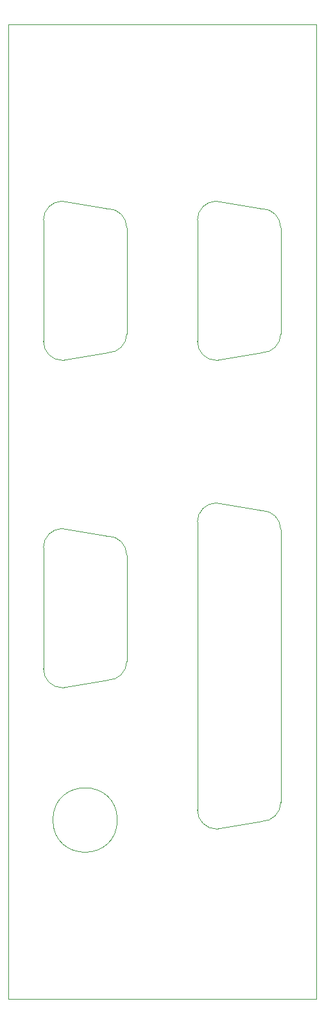
<source format=gm1>
G04 #@! TF.GenerationSoftware,KiCad,Pcbnew,(6.0.9-0)*
G04 #@! TF.CreationDate,2023-02-07T08:36:10+01:00*
G04 #@! TF.ProjectId,fp_S5,66705f53-352e-46b6-9963-61645f706362,A*
G04 #@! TF.SameCoordinates,Original*
G04 #@! TF.FileFunction,Profile,NP*
%FSLAX46Y46*%
G04 Gerber Fmt 4.6, Leading zero omitted, Abs format (unit mm)*
G04 Created by KiCad (PCBNEW (6.0.9-0)) date 2023-02-07 08:36:10*
%MOMM*%
%LPD*%
G01*
G04 APERTURE LIST*
G04 #@! TA.AperFunction,Profile*
%ADD10C,0.100000*%
G04 #@! TD*
G04 #@! TA.AperFunction,Profile*
%ADD11C,0.120000*%
G04 #@! TD*
G04 APERTURE END LIST*
D10*
X116010000Y-147120000D02*
G75*
G03*
X116010000Y-147120000I-4250000J0D01*
G01*
X101600000Y-42205000D02*
X142240000Y-42205000D01*
X142240000Y-42205000D02*
X142240000Y-170755000D01*
X142240000Y-170755000D02*
X101600000Y-170755000D01*
X101600000Y-170755000D02*
X101600000Y-42205000D01*
D11*
X126580000Y-107800000D02*
X126580000Y-145800000D01*
X137580000Y-144800000D02*
X137580000Y-108800000D01*
X129080000Y-148300000D02*
X135080000Y-147300000D01*
X129080000Y-105300000D02*
X135080000Y-106300000D01*
X129080000Y-105300000D02*
G75*
G03*
X126580000Y-107800000I0J-2500000D01*
G01*
X126580000Y-145800000D02*
G75*
G03*
X129080000Y-148300000I2500000J0D01*
G01*
X135080000Y-147300000D02*
G75*
G03*
X137580000Y-144800000I0J2500000D01*
G01*
X137580000Y-108800000D02*
G75*
G03*
X135080000Y-106300000I-2500000J0D01*
G01*
X117260000Y-83000000D02*
X117260000Y-69000000D01*
X108760000Y-65500000D02*
X114760000Y-66500000D01*
X106260000Y-84000000D02*
X106260000Y-68000000D01*
X108760000Y-86500000D02*
X114760000Y-85500000D01*
X108760000Y-65500000D02*
G75*
G03*
X106260000Y-68000000I0J-2500000D01*
G01*
X106260000Y-84000000D02*
G75*
G03*
X108760000Y-86500000I2500000J0D01*
G01*
X114760000Y-85500000D02*
G75*
G03*
X117260000Y-83000000I0J2500000D01*
G01*
X117260000Y-69000000D02*
G75*
G03*
X114760000Y-66500000I-2500000J0D01*
G01*
X126580000Y-84000000D02*
X126580000Y-68000000D01*
X137580000Y-83000000D02*
X137580000Y-69000000D01*
X129080000Y-65500000D02*
X135080000Y-66500000D01*
X129080000Y-86500000D02*
X135080000Y-85500000D01*
X137580000Y-69000000D02*
G75*
G03*
X135080000Y-66500000I-2500000J0D01*
G01*
X135080000Y-85500000D02*
G75*
G03*
X137580000Y-83000000I0J2500000D01*
G01*
X129080000Y-65500000D02*
G75*
G03*
X126580000Y-68000000I0J-2500000D01*
G01*
X126580000Y-84000000D02*
G75*
G03*
X129080000Y-86500000I2500000J0D01*
G01*
X117260000Y-126180000D02*
X117260000Y-112180000D01*
X108760000Y-129680000D02*
X114760000Y-128680000D01*
X106260000Y-127180000D02*
X106260000Y-111180000D01*
X108760000Y-108680000D02*
X114760000Y-109680000D01*
X106260000Y-127180000D02*
G75*
G03*
X108760000Y-129680000I2500000J0D01*
G01*
X108760000Y-108680000D02*
G75*
G03*
X106260000Y-111180000I0J-2500000D01*
G01*
X114760000Y-128680000D02*
G75*
G03*
X117260000Y-126180000I0J2500000D01*
G01*
X117260000Y-112180000D02*
G75*
G03*
X114760000Y-109680000I-2500000J0D01*
G01*
M02*

</source>
